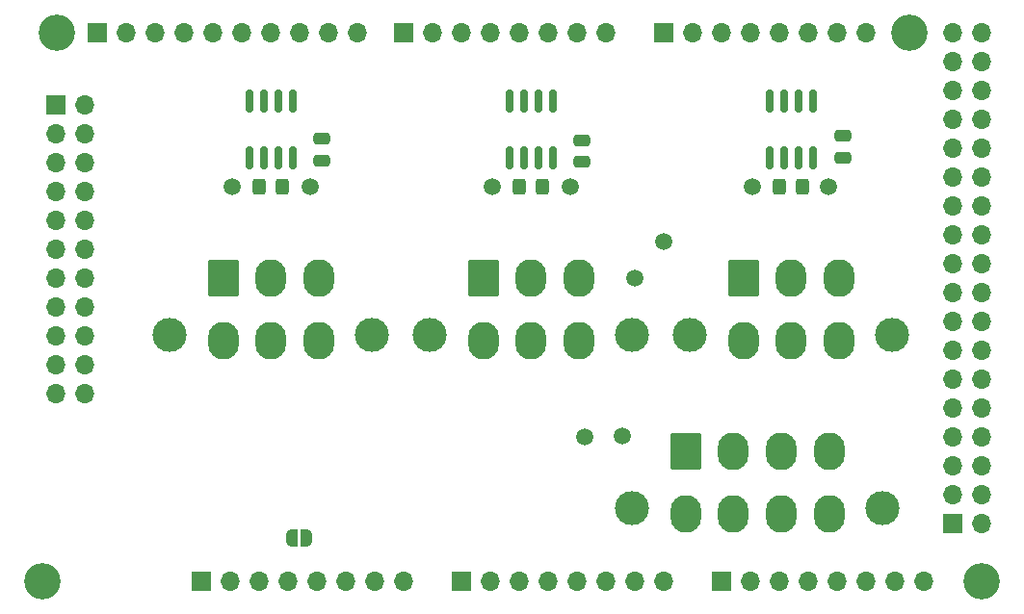
<source format=gbr>
%TF.GenerationSoftware,KiCad,Pcbnew,8.0.5*%
%TF.CreationDate,2024-10-06T15:19:25-06:00*%
%TF.ProjectId,ABSIS_Bus_Master,41425349-535f-4427-9573-5f4d61737465,5.0.0*%
%TF.SameCoordinates,Original*%
%TF.FileFunction,Soldermask,Top*%
%TF.FilePolarity,Negative*%
%FSLAX46Y46*%
G04 Gerber Fmt 4.6, Leading zero omitted, Abs format (unit mm)*
G04 Created by KiCad (PCBNEW 8.0.5) date 2024-10-06 15:19:25*
%MOMM*%
%LPD*%
G01*
G04 APERTURE LIST*
G04 Aperture macros list*
%AMRoundRect*
0 Rectangle with rounded corners*
0 $1 Rounding radius*
0 $2 $3 $4 $5 $6 $7 $8 $9 X,Y pos of 4 corners*
0 Add a 4 corners polygon primitive as box body*
4,1,4,$2,$3,$4,$5,$6,$7,$8,$9,$2,$3,0*
0 Add four circle primitives for the rounded corners*
1,1,$1+$1,$2,$3*
1,1,$1+$1,$4,$5*
1,1,$1+$1,$6,$7*
1,1,$1+$1,$8,$9*
0 Add four rect primitives between the rounded corners*
20,1,$1+$1,$2,$3,$4,$5,0*
20,1,$1+$1,$4,$5,$6,$7,0*
20,1,$1+$1,$6,$7,$8,$9,0*
20,1,$1+$1,$8,$9,$2,$3,0*%
%AMFreePoly0*
4,1,19,0.500000,-0.750000,0.000000,-0.750000,0.000000,-0.744911,-0.071157,-0.744911,-0.207708,-0.704816,-0.327430,-0.627875,-0.420627,-0.520320,-0.479746,-0.390866,-0.500000,-0.250000,-0.500000,0.250000,-0.479746,0.390866,-0.420627,0.520320,-0.327430,0.627875,-0.207708,0.704816,-0.071157,0.744911,0.000000,0.744911,0.000000,0.750000,0.500000,0.750000,0.500000,-0.750000,0.500000,-0.750000,
$1*%
%AMFreePoly1*
4,1,19,0.000000,0.744911,0.071157,0.744911,0.207708,0.704816,0.327430,0.627875,0.420627,0.520320,0.479746,0.390866,0.500000,0.250000,0.500000,-0.250000,0.479746,-0.390866,0.420627,-0.520320,0.327430,-0.627875,0.207708,-0.704816,0.071157,-0.744911,0.000000,-0.744911,0.000000,-0.750000,-0.500000,-0.750000,-0.500000,0.750000,0.000000,0.750000,0.000000,0.744911,0.000000,0.744911,
$1*%
G04 Aperture macros list end*
%ADD10C,3.200000*%
%ADD11C,1.500000*%
%ADD12RoundRect,0.150000X-0.150000X0.825000X-0.150000X-0.825000X0.150000X-0.825000X0.150000X0.825000X0*%
%ADD13RoundRect,0.250000X0.325000X0.450000X-0.325000X0.450000X-0.325000X-0.450000X0.325000X-0.450000X0*%
%ADD14RoundRect,0.250000X0.475000X-0.250000X0.475000X0.250000X-0.475000X0.250000X-0.475000X-0.250000X0*%
%ADD15C,3.000000*%
%ADD16RoundRect,0.250001X-1.099999X-1.399999X1.099999X-1.399999X1.099999X1.399999X-1.099999X1.399999X0*%
%ADD17O,2.700000X3.300000*%
%ADD18FreePoly0,180.000000*%
%ADD19FreePoly1,180.000000*%
%ADD20R,1.700000X1.700000*%
%ADD21O,1.700000X1.700000*%
G04 APERTURE END LIST*
D10*
%TO.C,MK1*%
X3175000Y2540000D03*
%TD*%
%TO.C,MK3*%
X85725000Y2540000D03*
%TD*%
%TO.C,MK4*%
X4445000Y50800000D03*
%TD*%
%TO.C,MK6*%
X79375000Y50800000D03*
%TD*%
D11*
%TO.C,TP1*%
X50800000Y15240000D03*
%TD*%
%TO.C,TP2*%
X57785000Y32385000D03*
%TD*%
%TO.C,TP3*%
X55245000Y29210000D03*
%TD*%
%TO.C,TP4*%
X54102000Y15303500D03*
%TD*%
%TO.C,TP6*%
X65532000Y37211000D03*
%TD*%
D12*
%TO.C,U3*%
X25146000Y44766000D03*
X23876000Y44766000D03*
X22606000Y44766000D03*
X21336000Y44766000D03*
X21336000Y39816000D03*
X22606000Y39816000D03*
X23876000Y39816000D03*
X25146000Y39816000D03*
%TD*%
%TO.C,U2*%
X48006000Y44766000D03*
X46736000Y44766000D03*
X45466000Y44766000D03*
X44196000Y44766000D03*
X44196000Y39816000D03*
X45466000Y39816000D03*
X46736000Y39816000D03*
X48006000Y39816000D03*
%TD*%
%TO.C,U1*%
X70866000Y44766000D03*
X69596000Y44766000D03*
X68326000Y44766000D03*
X67056000Y44766000D03*
X67056000Y39816000D03*
X68326000Y39816000D03*
X69596000Y39816000D03*
X70866000Y39816000D03*
%TD*%
D13*
%TO.C,R1*%
X69986000Y37211000D03*
X67936000Y37211000D03*
%TD*%
D11*
%TO.C,TP10*%
X19812000Y37211000D03*
%TD*%
%TO.C,TP9*%
X26670000Y37211000D03*
%TD*%
D13*
%TO.C,R3*%
X24266000Y37211000D03*
X22216000Y37211000D03*
%TD*%
D11*
%TO.C,TP8*%
X42672000Y37211000D03*
%TD*%
%TO.C,TP7*%
X49530000Y37211000D03*
%TD*%
%TO.C,TP5*%
X72263000Y37211000D03*
%TD*%
D13*
%TO.C,R2*%
X47126000Y37211000D03*
X45076000Y37211000D03*
%TD*%
D14*
%TO.C,C1*%
X73533000Y39817000D03*
X73533000Y41717000D03*
%TD*%
%TO.C,C2*%
X50546000Y39436000D03*
X50546000Y41336000D03*
%TD*%
%TO.C,C3*%
X27686000Y39563000D03*
X27686000Y41463000D03*
%TD*%
D15*
%TO.C,J1*%
X54990000Y8960000D03*
X76990000Y8960000D03*
D16*
X59690000Y14000000D03*
D17*
X63890000Y14000000D03*
X68090000Y14000000D03*
X72290000Y14000000D03*
X59690000Y8500000D03*
X63890000Y8500000D03*
X68090000Y8500000D03*
X72290000Y8500000D03*
%TD*%
D15*
%TO.C,J3*%
X37210000Y24170000D03*
X55010000Y24170000D03*
D16*
X41910000Y29210000D03*
D17*
X46110000Y29210000D03*
X50310000Y29210000D03*
X41910000Y23710000D03*
X46110000Y23710000D03*
X50310000Y23710000D03*
%TD*%
D15*
%TO.C,J4*%
X14350000Y24170000D03*
X32150000Y24170000D03*
D16*
X19050000Y29210000D03*
D17*
X23250000Y29210000D03*
X27450000Y29210000D03*
X19050000Y23710000D03*
X23250000Y23710000D03*
X27450000Y23710000D03*
%TD*%
D15*
%TO.C,J2*%
X60070000Y24170000D03*
X77870000Y24170000D03*
D16*
X64770000Y29210000D03*
D17*
X68970000Y29210000D03*
X73170000Y29210000D03*
X64770000Y23710000D03*
X68970000Y23710000D03*
X73170000Y23710000D03*
%TD*%
D18*
%TO.C,RST1*%
X26350000Y6350000D03*
D19*
X25050000Y6350000D03*
%TD*%
D20*
%TO.C,J5*%
X4360000Y44440000D03*
D21*
X6900000Y44440000D03*
X4360000Y41900000D03*
X6900000Y41900000D03*
X4360000Y39360000D03*
X6900000Y39360000D03*
X4360000Y36820000D03*
X6900000Y36820000D03*
X4360000Y34280000D03*
X6900000Y34280000D03*
X4360000Y31740000D03*
X6900000Y31740000D03*
X4360000Y29200000D03*
X6900000Y29200000D03*
X4360000Y26660000D03*
X6900000Y26660000D03*
X4360000Y24120000D03*
X6900000Y24120000D03*
X4360000Y21580000D03*
X6900000Y21580000D03*
X4360000Y19040000D03*
X6900000Y19040000D03*
%TD*%
D20*
%TO.C,P4*%
X83185000Y7620000D03*
D21*
X85725000Y7620000D03*
X83185000Y10160000D03*
X85725000Y10160000D03*
X83185000Y12700000D03*
X85725000Y12700000D03*
X83185000Y15240000D03*
X85725000Y15240000D03*
X83185000Y17780000D03*
X85725000Y17780000D03*
X83185000Y20320000D03*
X85725000Y20320000D03*
X83185000Y22860000D03*
X85725000Y22860000D03*
X83185000Y25400000D03*
X85725000Y25400000D03*
X83185000Y27940000D03*
X85725000Y27940000D03*
X83185000Y30480000D03*
X85725000Y30480000D03*
X83185000Y33020000D03*
X85725000Y33020000D03*
X83185000Y35560000D03*
X85725000Y35560000D03*
X83185000Y38100000D03*
X85725000Y38100000D03*
X83185000Y40640000D03*
X85725000Y40640000D03*
X83185000Y43180000D03*
X85725000Y43180000D03*
X83185000Y45720000D03*
X85725000Y45720000D03*
X83185000Y48260000D03*
X85725000Y48260000D03*
X83185000Y50800000D03*
X85725000Y50800000D03*
%TD*%
D20*
%TO.C,P1*%
X17145000Y2540000D03*
D21*
X19685000Y2540000D03*
X22225000Y2540000D03*
X24765000Y2540000D03*
X27305000Y2540000D03*
X29845000Y2540000D03*
X32385000Y2540000D03*
X34925000Y2540000D03*
%TD*%
D20*
%TO.C,P3*%
X62865000Y2540000D03*
D21*
X65405000Y2540000D03*
X67945000Y2540000D03*
X70485000Y2540000D03*
X73025000Y2540000D03*
X75565000Y2540000D03*
X78105000Y2540000D03*
X80645000Y2540000D03*
%TD*%
D20*
%TO.C,P5*%
X8001000Y50800000D03*
D21*
X10541000Y50800000D03*
X13081000Y50800000D03*
X15621000Y50800000D03*
X18161000Y50800000D03*
X20701000Y50800000D03*
X23241000Y50800000D03*
X25781000Y50800000D03*
X28321000Y50800000D03*
X30861000Y50800000D03*
%TD*%
D20*
%TO.C,P6*%
X34925000Y50800000D03*
D21*
X37465000Y50800000D03*
X40005000Y50800000D03*
X42545000Y50800000D03*
X45085000Y50800000D03*
X47625000Y50800000D03*
X50165000Y50800000D03*
X52705000Y50800000D03*
%TD*%
D20*
%TO.C,P7*%
X57785000Y50800000D03*
D21*
X60325000Y50800000D03*
X62865000Y50800000D03*
X65405000Y50800000D03*
X67945000Y50800000D03*
X70485000Y50800000D03*
X73025000Y50800000D03*
X75565000Y50800000D03*
%TD*%
D20*
%TO.C,P2*%
X40001201Y2540000D03*
D21*
X42541201Y2540000D03*
X45081201Y2540000D03*
X47621201Y2540000D03*
X50161201Y2540000D03*
X52701201Y2540000D03*
X55241201Y2540000D03*
X57781201Y2540000D03*
%TD*%
M02*

</source>
